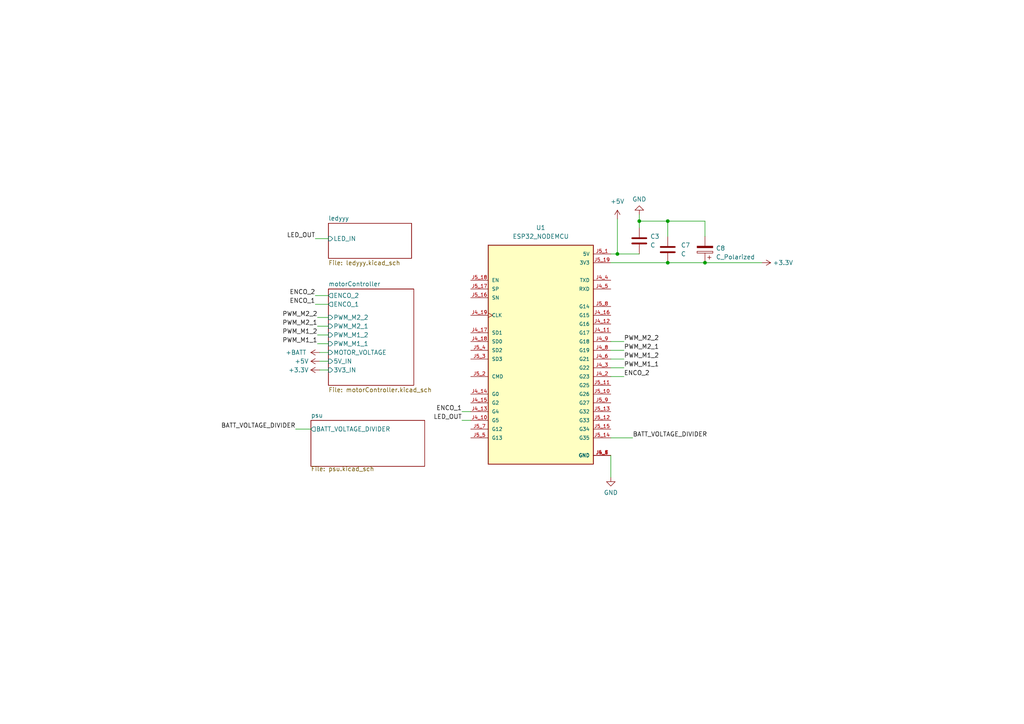
<source format=kicad_sch>
(kicad_sch (version 20211123) (generator eeschema)
  (paper "A4")
  (lib_symbols
    (symbol "Device:C" (pin_numbers hide) (pin_names (offset 0.254))
      (property "Reference" "C" (at 0.635 2.54 0))
      (property "Value" "C" (at 0.635 -2.54 0))
      (symbol "C_0_1"
        (polyline (pts (xy -2.032 -0.762) (xy 2.032 -0.762)) (stroke (width 0.508)))
        (polyline (pts (xy -2.032 0.762) (xy 2.032 0.762)) (stroke (width 0.508)))
      )
      (symbol "C_1_1"
        (pin passive line (at 0 3.81 270) (length 2.794) (name "~") (number "1"))
        (pin passive line (at 0 -3.81 90) (length 2.794) (name "~") (number "2"))
      )
    )
    (symbol "Device:C_Polarized" (pin_numbers hide) (pin_names (offset 0.254))
      (property "Reference" "C" (at 0.635 2.54 0))
      (property "Value" "C_Polarized" (at 0.635 -2.54 0))
      (symbol "C_Polarized_0_1"
        (rectangle (start -2.286 0.508) (end 2.286 1.016))
        (polyline (pts (xy -1.778 2.286) (xy -0.762 2.286)))
        (polyline (pts (xy -1.27 2.794) (xy -1.27 1.778)))
        (rectangle (start 2.286 -0.508) (end -2.286 -1.016) (fill (type outline)))
      )
      (symbol "C_Polarized_1_1"
        (pin passive line (at 0 3.81 270) (length 2.794) (name "~") (number "1"))
        (pin passive line (at 0 -3.81 90) (length 2.794) (name "~") (number "2"))
      )
    )
    (symbol "ESP32_NODEMCU:ESP32_NODEMCU" (pin_names (offset 1.016))
      (property "Reference" "U" (at -15.24 31.242 0))
      (property "Value" "ESP32_NODEMCU" (at -15.24 -35.56 0))
      (symbol "ESP32_NODEMCU_0_0"
        (rectangle (start -15.24 -33.02) (end 15.24 30.48) (stroke (width 0.254)) (fill (type background)))
        (pin power_in line (at 20.32 -30.48 180) (length 5.08) (name "GND") (number "J4_1"))
        (pin bidirectional line (at -20.32 -20.32 0) (length 5.08) (name "G5") (number "J4_10"))
        (pin bidirectional line (at 20.32 5.08 180) (length 5.08) (name "G17") (number "J4_11"))
        (pin bidirectional line (at 20.32 7.62 180) (length 5.08) (name "G16") (number "J4_12"))
        (pin bidirectional line (at -20.32 -17.78 0) (length 5.08) (name "G4") (number "J4_13"))
        (pin bidirectional line (at -20.32 -12.7 0) (length 5.08) (name "G0") (number "J4_14"))
        (pin bidirectional line (at -20.32 -15.24 0) (length 5.08) (name "G2") (number "J4_15"))
        (pin bidirectional line (at 20.32 10.16 180) (length 5.08) (name "G15") (number "J4_16"))
        (pin bidirectional line (at -20.32 5.08 0) (length 5.08) (name "SD1") (number "J4_17"))
        (pin bidirectional line (at -20.32 2.54 0) (length 5.08) (name "SD0") (number "J4_18"))
        (pin input clock (at -20.32 10.16 0) (length 5.08) (name "CLK") (number "J4_19"))
        (pin bidirectional line (at 20.32 -7.62 180) (length 5.08) (name "G23") (number "J4_2"))
        (pin bidirectional line (at 20.32 -5.08 180) (length 5.08) (name "G22") (number "J4_3"))
        (pin output line (at 20.32 20.32 180) (length 5.08) (name "TXD") (number "J4_4"))
        (pin input line (at 20.32 17.78 180) (length 5.08) (name "RXD") (number "J4_5"))
        (pin bidirectional line (at 20.32 -2.54 180) (length 5.08) (name "G21") (number "J4_6"))
        (pin power_in line (at 20.32 -30.48 180) (length 5.08) (name "GND") (number "J4_7"))
        (pin bidirectional line (at 20.32 0 180) (length 5.08) (name "G19") (number "J4_8"))
        (pin bidirectional line (at 20.32 2.54 180) (length 5.08) (name "G18") (number "J4_9"))
        (pin power_in line (at 20.32 27.94 180) (length 5.08) (name "5V") (number "J5_1"))
        (pin bidirectional line (at 20.32 -12.7 180) (length 5.08) (name "G26") (number "J5_10"))
        (pin bidirectional line (at 20.32 -10.16 180) (length 5.08) (name "G25") (number "J5_11"))
        (pin bidirectional line (at 20.32 -20.32 180) (length 5.08) (name "G33") (number "J5_12"))
        (pin bidirectional line (at 20.32 -17.78 180) (length 5.08) (name "G32") (number "J5_13"))
        (pin bidirectional line (at 20.32 -25.4 180) (length 5.08) (name "G35") (number "J5_14"))
        (pin bidirectional line (at 20.32 -22.86 180) (length 5.08) (name "G34") (number "J5_15"))
        (pin input line (at -20.32 15.24 0) (length 5.08) (name "SN") (number "J5_16"))
        (pin input line (at -20.32 17.78 0) (length 5.08) (name "SP") (number "J5_17"))
        (pin input line (at -20.32 20.32 0) (length 5.08) (name "EN") (number "J5_18"))
        (pin power_in line (at 20.32 25.4 180) (length 5.08) (name "3V3") (number "J5_19"))
        (pin bidirectional line (at -20.32 -7.62 0) (length 5.08) (name "CMD") (number "J5_2"))
        (pin bidirectional line (at -20.32 -2.54 0) (length 5.08) (name "SD3") (number "J5_3"))
        (pin bidirectional line (at -20.32 0 0) (length 5.08) (name "SD2") (number "J5_4"))
        (pin bidirectional line (at -20.32 -25.4 0) (length 5.08) (name "G13") (number "J5_5"))
        (pin power_in line (at 20.32 -30.48 180) (length 5.08) (name "GND") (number "J5_6"))
        (pin bidirectional line (at -20.32 -22.86 0) (length 5.08) (name "G12") (number "J5_7"))
        (pin bidirectional line (at 20.32 12.7 180) (length 5.08) (name "G14") (number "J5_8"))
        (pin bidirectional line (at 20.32 -15.24 180) (length 5.08) (name "G27") (number "J5_9"))
      )
    )
    (symbol "power:+3.3V" (power) (pin_names (offset 0))
      (property "Value" "+3.3V" (at 0 3.556 0))
      (symbol "+3.3V_0_1"
        (polyline (pts (xy -0.762 1.27) (xy 0 2.54)))
        (polyline (pts (xy 0 0) (xy 0 2.54)))
        (polyline (pts (xy 0 2.54) (xy 0.762 1.27)))
      )
      (symbol "+3.3V_1_1"
        (pin power_in line (at 0 0 90) (length 0) hide (name "+3.3V") (number "1"))
      )
    )
    (symbol "power:+5V" (power) (pin_names (offset 0))
      (property "Value" "+5V" (at 0 3.556 0))
      (symbol "+5V_0_1"
        (polyline (pts (xy -0.762 1.27) (xy 0 2.54)))
        (polyline (pts (xy 0 0) (xy 0 2.54)))
        (polyline (pts (xy 0 2.54) (xy 0.762 1.27)))
      )
      (symbol "+5V_1_1"
        (pin power_in line (at 0 0 90) (length 0) hide (name "+5V") (number "1"))
      )
    )
    (symbol "power:+BATT" (power) (pin_names (offset 0))
      (property "Value" "+BATT" (at 0 3.556 0))
      (symbol "+BATT_0_1"
        (polyline (pts (xy -0.762 1.27) (xy 0 2.54)))
        (polyline (pts (xy 0 0) (xy 0 2.54)))
        (polyline (pts (xy 0 2.54) (xy 0.762 1.27)))
      )
      (symbol "+BATT_1_1"
        (pin power_in line (at 0 0 90) (length 0) hide (name "+BATT") (number "1"))
      )
    )
    (symbol "power:GND" (power) (pin_names (offset 0))
      (property "Value" "GND" (at 0 -3.81 0))
      (symbol "GND_0_1"
        (polyline (pts (xy 0 0) (xy 0 -1.27) (xy 1.27 -1.27) (xy 0 -2.54) (xy -1.27 -1.27) (xy 0 -1.27)))
      )
      (symbol "GND_1_1"
        (pin power_in line (at 0 0 270) (length 0) hide (name "GND") (number "1"))
      )
    )
  )
  (junction (at 193.675 64.135))
  (junction (at 204.47 76.2))
  (junction (at 179.07 73.66))
  (junction (at 185.42 64.135))
  (junction (at 193.675 76.2))
  (wire (pts (xy 185.42 62.23) (xy 185.42 64.135)))
  (wire (pts (xy 92.71 107.315) (xy 95.25 107.315)))
  (wire (pts (xy 177.165 101.6) (xy 180.975 101.6)))
  (wire (pts (xy 177.165 73.66) (xy 179.07 73.66)))
  (wire (pts (xy 92.075 99.695) (xy 95.25 99.695)))
  (wire (pts (xy 177.165 99.06) (xy 180.975 99.06)))
  (wire (pts (xy 179.07 63.5) (xy 179.07 73.66)))
  (wire (pts (xy 177.165 106.68) (xy 180.975 106.68)))
  (wire (pts (xy 179.07 73.66) (xy 185.42 73.66)))
  (wire (pts (xy 177.165 104.14) (xy 180.975 104.14)))
  (wire (pts (xy 133.985 119.38) (xy 136.525 119.38)))
  (wire (pts (xy 204.47 76.2) (xy 220.98 76.2)))
  (wire (pts (xy 177.165 132.08) (xy 177.165 138.43)))
  (wire (pts (xy 92.075 94.615) (xy 95.25 94.615)))
  (wire (pts (xy 133.985 121.92) (xy 136.525 121.92)))
  (wire (pts (xy 91.44 88.265) (xy 95.25 88.265)))
  (wire (pts (xy 95.25 102.235) (xy 92.71 102.235)))
  (wire (pts (xy 177.165 127) (xy 183.515 127)))
  (wire (pts (xy 193.675 76.2) (xy 204.47 76.2)))
  (wire (pts (xy 92.075 97.155) (xy 95.25 97.155)))
  (wire (pts (xy 185.42 64.135) (xy 185.42 66.04)))
  (wire (pts (xy 177.165 109.22) (xy 180.975 109.22)))
  (wire (pts (xy 85.725 124.46) (xy 90.17 124.46)))
  (wire (pts (xy 95.25 104.775) (xy 92.71 104.775)))
  (wire (pts (xy 193.675 64.135) (xy 185.42 64.135)))
  (wire (pts (xy 91.44 85.725) (xy 95.25 85.725)))
  (wire (pts (xy 92.075 92.075) (xy 95.25 92.075)))
  (wire (pts (xy 204.47 64.135) (xy 193.675 64.135)))
  (wire (pts (xy 204.47 68.58) (xy 204.47 64.135)))
  (wire (pts (xy 91.44 69.215) (xy 95.25 69.215)))
  (wire (pts (xy 193.675 68.58) (xy 193.675 64.135)))
  (wire (pts (xy 177.165 76.2) (xy 193.675 76.2)))
  (label "LED_OUT" (at 133.985 121.92 180))
  (label "PWM_M1_2" (at 92.075 97.155 180))
  (label "ENCO_1" (at 91.44 88.265 180))
  (label "BATT_VOLTAGE_DIVIDER" (at 85.725 124.46 180))
  (label "ENCO_2" (at 91.44 85.725 180))
  (label "PWM_M1_2" (at 180.975 104.14 0))
  (label "LED_OUT" (at 91.44 69.215 180))
  (label "BATT_VOLTAGE_DIVIDER" (at 183.515 127 0))
  (label "PWM_M2_1" (at 180.975 101.6 0))
  (label "PWM_M1_1" (at 180.975 106.68 0))
  (label "ENCO_1" (at 133.985 119.38 180))
  (label "PWM_M2_1" (at 92.075 94.615 180))
  (label "PWM_M2_2" (at 180.975 99.06 0))
  (label "ENCO_2" (at 180.975 109.22 0))
  (label "PWM_M2_2" (at 92.075 92.075 180))
  (label "PWM_M1_1" (at 92.075 99.695 180))
  (symbol (lib_id "ESP32_NODEMCU:ESP32_NODEMCU") (at 156.845 101.6 0) (unit 1)
    (property "Reference" "U1" (at 156.845 66.04 0))
    (property "Value" "ESP32_NODEMCU" (at 156.845 68.58 0))
    (property "Footprint" "footprints:MODULE_ESP32_NODEMCU" (effects hide))
    (property "STANDARD" "Manufacturer Recommendations" (effects hide))
    (property "MAXIMUM_PACKAGE_HEIGHT" "6.6 mm" (effects hide))
    (property "MANUFACTURER" "Espressif" (effects hide))
  )
  (symbol (lib_id "power:+3.3V") (at 220.98 76.2 270) (unit 1)
    (property "Reference" "#PWR0119" (effects hide))
    (property "Value" "+3.3V" (at 224.155 76.1999 90) (effects (justify left)))
  )
  (symbol (lib_id "power:+3.3V") (at 92.71 107.315 90) (unit 1)
    (property "Reference" "#PWR0120" (effects hide))
    (property "Value" "+3.3V" (at 89.535 107.3149 90) (effects (justify left)))
  )
  (symbol (lib_id "power:+5V") (at 92.71 104.775 90) (unit 1)
    (property "Reference" "#PWR0102" (effects hide))
    (property "Value" "+5V" (at 89.535 104.7751 90) (effects (justify left)))
  )
  (symbol (lib_id "power:GND") (at 177.165 138.43 0) (unit 1)
    (property "Reference" "#PWR0103" (effects hide))
    (property "Value" "GND" (at 177.165 142.875 0))
  )
  (symbol (lib_id "power:GND") (at 185.42 62.23 180) (unit 1)
    (property "Reference" "#PWR0113" (effects hide))
    (property "Value" "GND" (at 185.42 57.785 0))
  )
  (symbol (lib_id "Device:C_Polarized") (at 204.47 72.39 180) (unit 1)
    (property "Reference" "C8" (at 207.645 72.0089 0) (effects (justify right)))
    (property "Value" "C_Polarized" (at 207.645 74.5489 0) (effects (justify right)))
    (property "Footprint" "Capacitor_SMD:CP_Elec_6.3x7.7" (effects hide))
  )
  (symbol (lib_id "power:+BATT") (at 92.71 102.235 90) (unit 1)
    (property "Reference" "#PWR0101" (effects hide))
    (property "Value" "+BATT" (at 88.9 102.2351 90) (effects (justify left)))
  )
  (symbol (lib_id "Device:C") (at 193.675 72.39 0) (unit 1)
    (property "Reference" "C7" (at 197.485 71.1199 0) (effects (justify left)))
    (property "Value" "C" (at 197.485 73.6599 0) (effects (justify left)))
    (property "Footprint" "Capacitor_SMD:C_1210_3225Metric" (effects hide))
  )
  (symbol (lib_id "Device:C") (at 185.42 69.85 0) (unit 1)
    (property "Reference" "C3" (at 188.595 68.5799 0) (effects (justify left)))
    (property "Value" "C" (at 188.595 71.1199 0) (effects (justify left)))
    (property "Footprint" "Capacitor_SMD:C_1210_3225Metric" (effects hide))
  )
  (symbol (lib_id "power:+5V") (at 179.07 63.5 0) (unit 1)
    (property "Reference" "#PWR0115" (effects hide))
    (property "Value" "+5V" (at 179.07 58.42 0))
  )
  (sheet (at 90.17 121.92) (size 33.02 13.335) (stroke (width 0.1524))
    (property "Sheet name" "psu" (at 90.17 121.2084 0) (effects (justify left bottom)))
    (property "Sheet file" "psu.kicad_sch" (at 90.17 135.255 0) (effects (justify left top)))
    (pin "BATT_VOLTAGE_DIVIDER" output (at 90.17 124.46 180))
  )
  (sheet (at 95.25 64.77) (size 24.13 10.16) (stroke (width 0.1524))
    (property "Sheet name" "ledyyy" (at 95.25 64.0584 0) (effects (justify left bottom)))
    (property "Sheet file" "ledyyy.kicad_sch" (at 95.25 75.5146 0) (effects (justify left top)))
    (pin "LED_IN" input (at 95.25 69.215 180))
  )
  (sheet (at 95.25 83.82) (size 24.765 27.94) (stroke (width 0.1524))
    (property "Sheet name" "motorController" (at 95.25 83.1084 0) (effects (justify left bottom)))
    (property "Sheet file" "motorController.kicad_sch" (at 95.25 112.3446 0) (effects (justify left top)))
    (pin "5V_IN" input (at 95.25 104.775 180))
    (pin "MOTOR_VOLTAGE" input (at 95.25 102.235 180))
    (pin "ENCO_1" output (at 95.25 88.265 180))
    (pin "ENCO_2" output (at 95.25 85.725 180))
    (pin "3V3_IN" input (at 95.25 107.315 180))
    (pin "PWM_M2_1" input (at 95.25 94.615 180))
    (pin "PWM_M1_2" input (at 95.25 97.155 180))
    (pin "PWM_M1_1" input (at 95.25 99.695 180))
    (pin "PWM_M2_2" input (at 95.25 92.075 180))
  )
)
</source>
